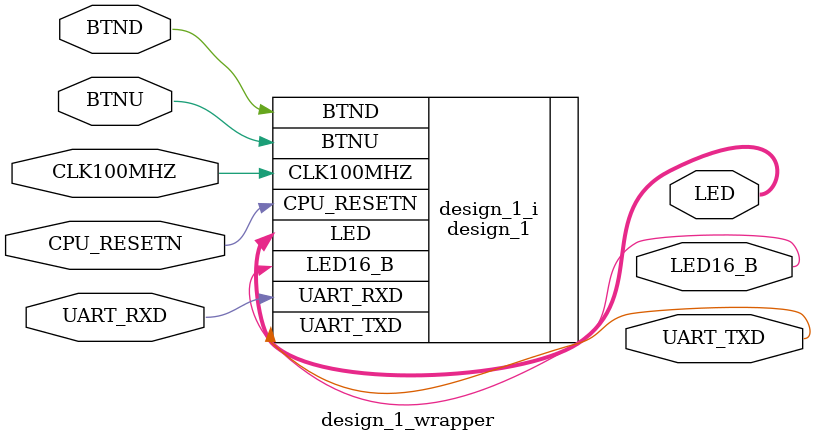
<source format=v>
`timescale 1 ps / 1 ps

module design_1_wrapper
   (BTND,
    BTNU,
    CLK100MHZ,
    CPU_RESETN,
    LED,
    LED16_B,
    UART_RXD,
    UART_TXD);
  input BTND;
  input BTNU;
  input CLK100MHZ;
  input CPU_RESETN;
  output [15:0]LED;
  output LED16_B;
  input UART_RXD;
  output UART_TXD;

  wire BTND;
  wire BTNU;
  wire CLK100MHZ;
  wire CPU_RESETN;
  wire [15:0]LED;
  wire LED16_B;
  wire UART_RXD;
  wire UART_TXD;

  design_1 design_1_i
       (.BTND(BTND),
        .BTNU(BTNU),
        .CLK100MHZ(CLK100MHZ),
        .CPU_RESETN(CPU_RESETN),
        .LED(LED),
        .LED16_B(LED16_B),
        .UART_RXD(UART_RXD),
        .UART_TXD(UART_TXD));
endmodule

</source>
